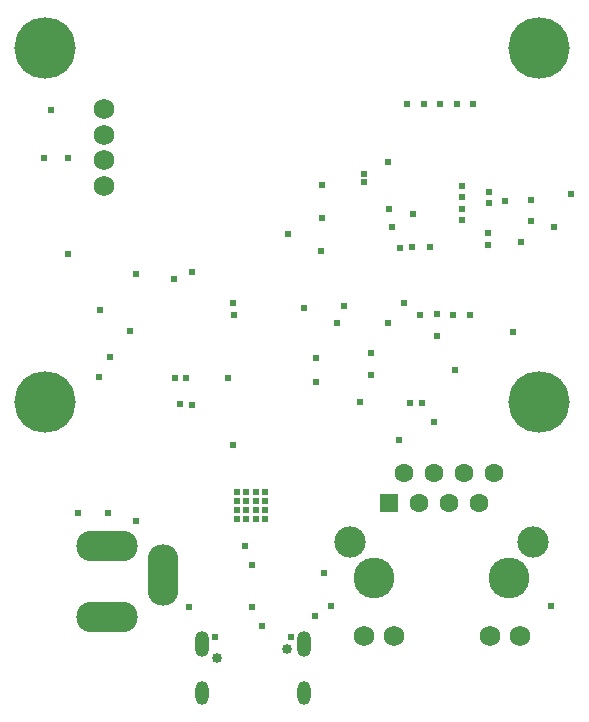
<source format=gbr>
%TF.GenerationSoftware,Altium Limited,Altium Designer,20.0.12 (288)*%
G04 Layer_Color=16711935*
%FSLAX45Y45*%
%MOMM*%
%TF.FileFunction,Soldermask,Bot*%
%TF.Part,Single*%
G01*
G75*
%TA.AperFunction,ComponentPad*%
%ADD45O,5.20320X2.60320*%
%ADD46O,2.60320X5.20320*%
%ADD47C,0.85320*%
%ADD48O,1.20320X2.20320*%
%ADD49O,1.10320X2.00320*%
%ADD50C,1.72720*%
%ADD51C,3.45320*%
%ADD52C,2.64820*%
%ADD53C,1.73320*%
%ADD54C,1.60120*%
%ADD55R,1.60120X1.60120*%
%TA.AperFunction,ViaPad*%
%ADD56C,5.20320*%
%ADD57C,0.60320*%
D45*
X13860001Y3325000D02*
D03*
Y3925000D02*
D03*
D46*
X14339999Y3675000D02*
D03*
D47*
X14792400Y2977200D02*
D03*
X15386200Y3048000D02*
D03*
D48*
X14664700Y3096000D02*
D03*
X15529700D02*
D03*
D49*
X14664700Y2678000D02*
D03*
X15529700D02*
D03*
D50*
X13840001Y6972500D02*
D03*
Y7188500D02*
D03*
Y7404500D02*
D03*
Y7620500D02*
D03*
D51*
X16126001Y3652000D02*
D03*
X17269000D02*
D03*
D52*
X17472002Y3957000D02*
D03*
X15923000D02*
D03*
D53*
X17106001Y3162000D02*
D03*
X17360001D02*
D03*
X16289000D02*
D03*
X16035001D02*
D03*
D54*
X17141499Y4541000D02*
D03*
X17014500Y4287000D02*
D03*
X16887500Y4541000D02*
D03*
X16760500Y4287000D02*
D03*
X16633501Y4541000D02*
D03*
X16506500Y4287000D02*
D03*
X16379500Y4541000D02*
D03*
D55*
X16252499Y4287000D02*
D03*
D56*
X17522501Y8140000D02*
D03*
X13335001D02*
D03*
X17522501Y5142500D02*
D03*
X13337500Y5145000D02*
D03*
D57*
X14882500Y5345000D02*
D03*
X14937500Y5880000D02*
D03*
X14057500Y5740000D02*
D03*
X13887500Y5520000D02*
D03*
X13797501Y5350000D02*
D03*
X13800000Y5917500D02*
D03*
X16525000Y5135000D02*
D03*
X16095000Y5372500D02*
D03*
X15172501Y3247500D02*
D03*
X15092500Y3407500D02*
D03*
X16450000Y6730000D02*
D03*
X17300000Y5730000D02*
D03*
X16372501Y5980000D02*
D03*
X16345000Y6447500D02*
D03*
X15864999Y5955000D02*
D03*
X15812500Y5807500D02*
D03*
X16807500Y5415000D02*
D03*
X15677499Y6420000D02*
D03*
X17087500Y6472500D02*
D03*
Y6572500D02*
D03*
X16250000Y6775000D02*
D03*
X16332500Y4822500D02*
D03*
X15530000Y5937500D02*
D03*
X14932500Y5980000D02*
D03*
X15635001Y5512500D02*
D03*
X17095000Y6922500D02*
D03*
X16237500Y7172500D02*
D03*
X16035001Y7002500D02*
D03*
X16037500Y7070000D02*
D03*
X14478180Y5121820D02*
D03*
X14439999Y5345000D02*
D03*
X15397501Y6562500D02*
D03*
X14532500Y5347500D02*
D03*
X15685001Y6702500D02*
D03*
X14582500Y5117500D02*
D03*
X17097501Y6822500D02*
D03*
X16867500Y6875000D02*
D03*
Y6972500D02*
D03*
X14580000Y6242500D02*
D03*
X13534700Y6395000D02*
D03*
X16545000Y7667500D02*
D03*
X16822501D02*
D03*
X16960001D02*
D03*
X14107500Y6227500D02*
D03*
X13532500Y7205000D02*
D03*
X13330000D02*
D03*
X13387500Y7615000D02*
D03*
X14552499Y3402500D02*
D03*
X15625000Y3330000D02*
D03*
X14930000Y4780000D02*
D03*
X15039999Y4147500D02*
D03*
X15122501Y4225000D02*
D03*
X15042500D02*
D03*
X14962500Y4147500D02*
D03*
X15197501D02*
D03*
X15120000D02*
D03*
X14964999Y4225000D02*
D03*
X15200000D02*
D03*
X14964999Y4302500D02*
D03*
X15200000D02*
D03*
X15042500D02*
D03*
X15122501D02*
D03*
Y4377500D02*
D03*
X15042500D02*
D03*
X15200000D02*
D03*
X14964999D02*
D03*
X15030000Y3925000D02*
D03*
X14432500Y6185000D02*
D03*
X15635001Y5310000D02*
D03*
X16655000Y5702500D02*
D03*
X15417200Y3155000D02*
D03*
X14777200D02*
D03*
X16864999Y6772500D02*
D03*
Y6679100D02*
D03*
X16447501Y6450000D02*
D03*
X15089999Y3758500D02*
D03*
X13617500Y4200000D02*
D03*
X14110001Y4130000D02*
D03*
X13872501Y4202500D02*
D03*
X16239999Y5807100D02*
D03*
X17455000Y6852500D02*
D03*
X16595000Y6450000D02*
D03*
X16272501Y6622500D02*
D03*
X15685001Y6980000D02*
D03*
X16682500Y7667500D02*
D03*
X16402499D02*
D03*
X17620000Y3412500D02*
D03*
X15762500Y3417500D02*
D03*
X15697501Y3690000D02*
D03*
X16000000Y5142500D02*
D03*
X16430000Y5135000D02*
D03*
X16632500Y4970000D02*
D03*
X16095000Y5555000D02*
D03*
X16510001Y5877500D02*
D03*
X16652499Y5882500D02*
D03*
X16789999Y5875000D02*
D03*
X16932500Y5877500D02*
D03*
X17370000Y6495000D02*
D03*
X17792500Y6900000D02*
D03*
X17642500Y6622500D02*
D03*
X17455000Y6677500D02*
D03*
X17235001Y6847500D02*
D03*
%TF.MD5,553ee153df8459e20deb28d9b5a9ca80*%
M02*

</source>
